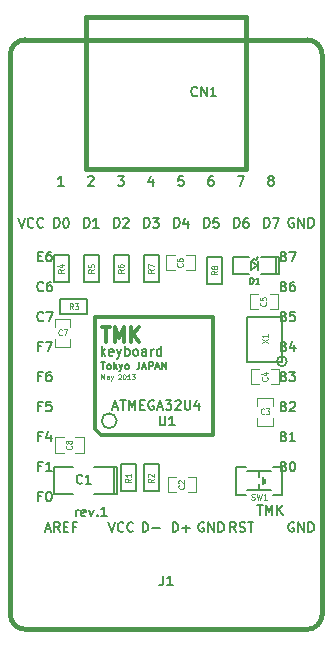
<source format=gto>
G04 (created by PCBNEW (2013-04-19 BZR 4011)-stable) date 09/05/2013 23:39:35*
%MOIN*%
G04 Gerber Fmt 3.4, Leading zero omitted, Abs format*
%FSLAX34Y34*%
G01*
G70*
G90*
G04 APERTURE LIST*
%ADD10C,2.3622e-006*%
%ADD11C,0.006*%
%ADD12C,0.004*%
%ADD13C,0.008*%
%ADD14C,0.012*%
%ADD15C,0.015*%
%ADD16C,0.00787402*%
%ADD17C,0.00590551*%
%ADD18C,0.005*%
%ADD19C,0.0047*%
%ADD20C,0.00492126*%
%ADD21C,0.0045*%
G04 APERTURE END LIST*
G54D10*
G54D11*
X3022Y-10732D02*
X3160Y-10732D01*
X3091Y-10972D02*
X3091Y-10732D01*
X3274Y-10972D02*
X3251Y-10960D01*
X3240Y-10949D01*
X3228Y-10926D01*
X3228Y-10857D01*
X3240Y-10835D01*
X3251Y-10823D01*
X3274Y-10812D01*
X3308Y-10812D01*
X3331Y-10823D01*
X3342Y-10835D01*
X3354Y-10857D01*
X3354Y-10926D01*
X3342Y-10949D01*
X3331Y-10960D01*
X3308Y-10972D01*
X3274Y-10972D01*
X3457Y-10972D02*
X3457Y-10732D01*
X3480Y-10880D02*
X3548Y-10972D01*
X3548Y-10812D02*
X3457Y-10903D01*
X3628Y-10812D02*
X3685Y-10972D01*
X3742Y-10812D02*
X3685Y-10972D01*
X3662Y-11029D01*
X3651Y-11040D01*
X3628Y-11052D01*
X3868Y-10972D02*
X3845Y-10960D01*
X3834Y-10949D01*
X3822Y-10926D01*
X3822Y-10857D01*
X3834Y-10835D01*
X3845Y-10823D01*
X3868Y-10812D01*
X3902Y-10812D01*
X3925Y-10823D01*
X3937Y-10835D01*
X3948Y-10857D01*
X3948Y-10926D01*
X3937Y-10949D01*
X3925Y-10960D01*
X3902Y-10972D01*
X3868Y-10972D01*
X4302Y-10732D02*
X4302Y-10903D01*
X4291Y-10937D01*
X4268Y-10960D01*
X4234Y-10972D01*
X4211Y-10972D01*
X4405Y-10903D02*
X4520Y-10903D01*
X4382Y-10972D02*
X4462Y-10732D01*
X4542Y-10972D01*
X4622Y-10972D02*
X4622Y-10732D01*
X4714Y-10732D01*
X4737Y-10743D01*
X4748Y-10755D01*
X4760Y-10777D01*
X4760Y-10812D01*
X4748Y-10835D01*
X4737Y-10846D01*
X4714Y-10857D01*
X4622Y-10857D01*
X4851Y-10903D02*
X4965Y-10903D01*
X4828Y-10972D02*
X4908Y-10732D01*
X4988Y-10972D01*
X5068Y-10972D02*
X5068Y-10732D01*
X5205Y-10972D01*
X5205Y-10732D01*
G54D12*
X3038Y-11314D02*
X3038Y-11154D01*
X3091Y-11269D01*
X3144Y-11154D01*
X3144Y-11314D01*
X3289Y-11314D02*
X3289Y-11230D01*
X3281Y-11215D01*
X3266Y-11208D01*
X3236Y-11208D01*
X3220Y-11215D01*
X3289Y-11307D02*
X3274Y-11314D01*
X3236Y-11314D01*
X3220Y-11307D01*
X3213Y-11291D01*
X3213Y-11276D01*
X3220Y-11261D01*
X3236Y-11253D01*
X3274Y-11253D01*
X3289Y-11246D01*
X3350Y-11208D02*
X3388Y-11314D01*
X3426Y-11208D02*
X3388Y-11314D01*
X3373Y-11352D01*
X3365Y-11360D01*
X3350Y-11368D01*
X3601Y-11170D02*
X3609Y-11162D01*
X3624Y-11154D01*
X3662Y-11154D01*
X3678Y-11162D01*
X3685Y-11170D01*
X3693Y-11185D01*
X3693Y-11200D01*
X3685Y-11223D01*
X3594Y-11314D01*
X3693Y-11314D01*
X3792Y-11154D02*
X3807Y-11154D01*
X3822Y-11162D01*
X3830Y-11170D01*
X3838Y-11185D01*
X3845Y-11215D01*
X3845Y-11253D01*
X3838Y-11284D01*
X3830Y-11299D01*
X3822Y-11307D01*
X3807Y-11314D01*
X3792Y-11314D01*
X3777Y-11307D01*
X3769Y-11299D01*
X3761Y-11284D01*
X3754Y-11253D01*
X3754Y-11215D01*
X3761Y-11185D01*
X3769Y-11170D01*
X3777Y-11162D01*
X3792Y-11154D01*
X3998Y-11314D02*
X3906Y-11314D01*
X3952Y-11314D02*
X3952Y-11154D01*
X3937Y-11177D01*
X3921Y-11192D01*
X3906Y-11200D01*
X4051Y-11154D02*
X4150Y-11154D01*
X4097Y-11215D01*
X4120Y-11215D01*
X4135Y-11223D01*
X4142Y-11230D01*
X4150Y-11246D01*
X4150Y-11284D01*
X4142Y-11299D01*
X4135Y-11307D01*
X4120Y-11314D01*
X4074Y-11314D01*
X4059Y-11307D01*
X4051Y-11299D01*
G54D13*
X3051Y-10529D02*
X3051Y-10209D01*
X3081Y-10407D02*
X3173Y-10529D01*
X3173Y-10316D02*
X3051Y-10438D01*
X3432Y-10514D02*
X3401Y-10529D01*
X3340Y-10529D01*
X3310Y-10514D01*
X3295Y-10483D01*
X3295Y-10361D01*
X3310Y-10331D01*
X3340Y-10316D01*
X3401Y-10316D01*
X3432Y-10331D01*
X3447Y-10361D01*
X3447Y-10392D01*
X3295Y-10422D01*
X3554Y-10316D02*
X3630Y-10529D01*
X3706Y-10316D02*
X3630Y-10529D01*
X3599Y-10605D01*
X3584Y-10620D01*
X3554Y-10636D01*
X3828Y-10529D02*
X3828Y-10209D01*
X3828Y-10331D02*
X3858Y-10316D01*
X3919Y-10316D01*
X3950Y-10331D01*
X3965Y-10346D01*
X3980Y-10377D01*
X3980Y-10468D01*
X3965Y-10499D01*
X3950Y-10514D01*
X3919Y-10529D01*
X3858Y-10529D01*
X3828Y-10514D01*
X4163Y-10529D02*
X4133Y-10514D01*
X4117Y-10499D01*
X4102Y-10468D01*
X4102Y-10377D01*
X4117Y-10346D01*
X4133Y-10331D01*
X4163Y-10316D01*
X4209Y-10316D01*
X4239Y-10331D01*
X4255Y-10346D01*
X4270Y-10377D01*
X4270Y-10468D01*
X4255Y-10499D01*
X4239Y-10514D01*
X4209Y-10529D01*
X4163Y-10529D01*
X4544Y-10529D02*
X4544Y-10361D01*
X4529Y-10331D01*
X4498Y-10316D01*
X4437Y-10316D01*
X4407Y-10331D01*
X4544Y-10514D02*
X4514Y-10529D01*
X4437Y-10529D01*
X4407Y-10514D01*
X4392Y-10483D01*
X4392Y-10453D01*
X4407Y-10422D01*
X4437Y-10407D01*
X4514Y-10407D01*
X4544Y-10392D01*
X4696Y-10529D02*
X4696Y-10316D01*
X4696Y-10377D02*
X4712Y-10346D01*
X4727Y-10331D01*
X4757Y-10316D01*
X4788Y-10316D01*
X5032Y-10529D02*
X5032Y-10209D01*
X5032Y-10514D02*
X5001Y-10529D01*
X4940Y-10529D01*
X4910Y-10514D01*
X4894Y-10499D01*
X4879Y-10468D01*
X4879Y-10377D01*
X4894Y-10346D01*
X4910Y-10331D01*
X4940Y-10316D01*
X5001Y-10316D01*
X5032Y-10331D01*
G54D14*
X3045Y-9589D02*
X3320Y-9589D01*
X3182Y-10069D02*
X3182Y-9589D01*
X3480Y-10069D02*
X3480Y-9589D01*
X3640Y-9932D01*
X3800Y-9589D01*
X3800Y-10069D01*
X4028Y-10069D02*
X4028Y-9589D01*
X4302Y-10069D02*
X4097Y-9795D01*
X4302Y-9589D02*
X4028Y-9863D01*
G54D15*
X10400Y-500D02*
X10400Y-19150D01*
X0Y-19150D02*
X0Y-500D01*
X9900Y-19650D02*
X500Y-19650D01*
X9900Y-19650D02*
G75*
G03X10400Y-19150I0J500D01*
G74*
G01*
X0Y-19150D02*
G75*
G03X500Y-19650I500J0D01*
G74*
G01*
X500Y0D02*
X9900Y0D01*
X500Y0D02*
G75*
G03X0Y-500I0J-500D01*
G74*
G01*
X10400Y-500D02*
G75*
G03X9900Y0I-500J0D01*
G74*
G01*
G54D13*
X2189Y-15879D02*
X2189Y-15666D01*
X2189Y-15727D02*
X2204Y-15696D01*
X2220Y-15681D01*
X2250Y-15666D01*
X2280Y-15666D01*
X2509Y-15864D02*
X2479Y-15879D01*
X2418Y-15879D01*
X2387Y-15864D01*
X2372Y-15833D01*
X2372Y-15711D01*
X2387Y-15681D01*
X2418Y-15666D01*
X2479Y-15666D01*
X2509Y-15681D01*
X2524Y-15711D01*
X2524Y-15742D01*
X2372Y-15772D01*
X2631Y-15666D02*
X2707Y-15879D01*
X2783Y-15666D01*
X2905Y-15849D02*
X2920Y-15864D01*
X2905Y-15879D01*
X2890Y-15864D01*
X2905Y-15849D01*
X2905Y-15879D01*
X3225Y-15879D02*
X3042Y-15879D01*
X3134Y-15879D02*
X3134Y-15559D01*
X3103Y-15605D01*
X3073Y-15635D01*
X3042Y-15650D01*
X8240Y-15509D02*
X8423Y-15509D01*
X8332Y-15829D02*
X8332Y-15509D01*
X8530Y-15829D02*
X8530Y-15509D01*
X8636Y-15738D01*
X8743Y-15509D01*
X8743Y-15829D01*
X8895Y-15829D02*
X8895Y-15509D01*
X9078Y-15829D02*
X8941Y-15646D01*
X9078Y-15509D02*
X8895Y-15692D01*
G54D16*
X8693Y-14365D02*
X7906Y-14365D01*
X8693Y-15014D02*
X7906Y-15014D01*
X8496Y-14640D02*
X8496Y-14759D01*
X8437Y-14818D02*
X8437Y-14562D01*
X8300Y-15014D02*
X8300Y-14818D01*
X8300Y-14404D02*
X8300Y-14581D01*
G54D17*
X7532Y-15172D02*
X7532Y-14227D01*
X7532Y-14227D02*
X7866Y-14227D01*
X7866Y-15172D02*
X7532Y-15172D01*
X9067Y-15152D02*
X9067Y-15172D01*
X9067Y-15172D02*
X8752Y-15172D01*
X9067Y-15152D02*
X9067Y-14247D01*
X9067Y-14247D02*
X9067Y-14227D01*
X9067Y-14227D02*
X8752Y-14227D01*
X9220Y-10713D02*
G75*
G03X9220Y-10713I-164J0D01*
G74*
G01*
X9065Y-10723D02*
X7884Y-10723D01*
X9065Y-9226D02*
X7884Y-9226D01*
X9065Y-10723D02*
X9065Y-9226D01*
X7884Y-10723D02*
X7884Y-9226D01*
X8189Y-7328D02*
X8248Y-7249D01*
X8150Y-7288D02*
X8071Y-7387D01*
X8268Y-7525D02*
X8031Y-7367D01*
X8031Y-7367D02*
X8031Y-7682D01*
X8031Y-7682D02*
X8268Y-7505D01*
X8268Y-7367D02*
X8268Y-7682D01*
X8858Y-7249D02*
X8957Y-7249D01*
X8957Y-7249D02*
X8957Y-7800D01*
X8957Y-7800D02*
X8858Y-7800D01*
X7953Y-7800D02*
X7441Y-7800D01*
X7441Y-7800D02*
X7441Y-7249D01*
X7441Y-7249D02*
X7953Y-7249D01*
X8346Y-7249D02*
X8858Y-7249D01*
X8858Y-7249D02*
X8858Y-7800D01*
X8858Y-7800D02*
X8346Y-7800D01*
G54D18*
X7075Y-7225D02*
X7075Y-8125D01*
X7075Y-8125D02*
X6575Y-8125D01*
X6575Y-8125D02*
X6575Y-7225D01*
X6575Y-7225D02*
X7075Y-7225D01*
X1675Y-8650D02*
X2575Y-8650D01*
X2575Y-8650D02*
X2575Y-9150D01*
X2575Y-9150D02*
X1675Y-9150D01*
X1675Y-9150D02*
X1675Y-8650D01*
X4950Y-14150D02*
X4950Y-15050D01*
X4950Y-15050D02*
X4450Y-15050D01*
X4450Y-15050D02*
X4450Y-14150D01*
X4450Y-14150D02*
X4950Y-14150D01*
X4200Y-14150D02*
X4200Y-15050D01*
X4200Y-15050D02*
X3700Y-15050D01*
X3700Y-15050D02*
X3700Y-14150D01*
X3700Y-14150D02*
X4200Y-14150D01*
X2475Y-8075D02*
X2475Y-7175D01*
X2475Y-7175D02*
X2975Y-7175D01*
X2975Y-7175D02*
X2975Y-8075D01*
X2975Y-8075D02*
X2475Y-8075D01*
X3450Y-8075D02*
X3450Y-7175D01*
X3450Y-7175D02*
X3950Y-7175D01*
X3950Y-7175D02*
X3950Y-8075D01*
X3950Y-8075D02*
X3450Y-8075D01*
X4450Y-8075D02*
X4450Y-7175D01*
X4450Y-7175D02*
X4950Y-7175D01*
X4950Y-7175D02*
X4950Y-8075D01*
X4950Y-8075D02*
X4450Y-8075D01*
X1450Y-8075D02*
X1450Y-7175D01*
X1450Y-7175D02*
X1950Y-7175D01*
X1950Y-7175D02*
X1950Y-8075D01*
X1950Y-8075D02*
X1450Y-8075D01*
G54D14*
X2830Y-9230D02*
X6770Y-9230D01*
X6770Y-9230D02*
X6770Y-13170D01*
X3020Y-13170D02*
X6770Y-13170D01*
X2830Y-12980D02*
X2830Y-9230D01*
X3020Y-13170D02*
X2830Y-12980D01*
G54D13*
X3550Y-12700D02*
G75*
G03X3550Y-12700I-250J0D01*
G74*
G01*
G54D18*
X3450Y-15125D02*
X3550Y-15125D01*
X3550Y-15125D02*
X3550Y-14225D01*
X3550Y-14225D02*
X3450Y-14225D01*
X3450Y-15125D02*
X3450Y-14225D01*
X3450Y-14225D02*
X2800Y-14225D01*
X2100Y-15125D02*
X1450Y-15125D01*
X1450Y-15125D02*
X1450Y-14225D01*
X1450Y-14225D02*
X2100Y-14225D01*
X2800Y-15125D02*
X3450Y-15125D01*
G54D19*
X8756Y-12203D02*
X8756Y-11928D01*
X8756Y-12597D02*
X8756Y-12872D01*
X8244Y-12203D02*
X8244Y-11928D01*
X8244Y-12872D02*
X8244Y-12597D01*
X8250Y-11928D02*
X8750Y-11928D01*
X8750Y-12872D02*
X8250Y-12872D01*
X5922Y-15081D02*
X6197Y-15081D01*
X5528Y-15081D02*
X5253Y-15081D01*
X5922Y-14569D02*
X6197Y-14569D01*
X5253Y-14569D02*
X5528Y-14569D01*
X6197Y-14575D02*
X6197Y-15075D01*
X5253Y-15075D02*
X5253Y-14575D01*
X1494Y-9972D02*
X1494Y-10247D01*
X1494Y-9578D02*
X1494Y-9303D01*
X2006Y-9972D02*
X2006Y-10247D01*
X2006Y-9303D02*
X2006Y-9578D01*
X2000Y-10247D02*
X1500Y-10247D01*
X1500Y-9303D02*
X2000Y-9303D01*
X5872Y-7681D02*
X6147Y-7681D01*
X5478Y-7681D02*
X5203Y-7681D01*
X5872Y-7169D02*
X6147Y-7169D01*
X5203Y-7169D02*
X5478Y-7169D01*
X6147Y-7175D02*
X6147Y-7675D01*
X5203Y-7675D02*
X5203Y-7175D01*
X2172Y-13756D02*
X2447Y-13756D01*
X1778Y-13756D02*
X1503Y-13756D01*
X2172Y-13244D02*
X2447Y-13244D01*
X1503Y-13244D02*
X1778Y-13244D01*
X2447Y-13250D02*
X2447Y-13750D01*
X1503Y-13750D02*
X1503Y-13250D01*
X8303Y-10969D02*
X8028Y-10969D01*
X8697Y-10969D02*
X8972Y-10969D01*
X8303Y-11481D02*
X8028Y-11481D01*
X8972Y-11481D02*
X8697Y-11481D01*
X8028Y-11475D02*
X8028Y-10975D01*
X8972Y-10975D02*
X8972Y-11475D01*
X8647Y-8981D02*
X8922Y-8981D01*
X8253Y-8981D02*
X7978Y-8981D01*
X8647Y-8469D02*
X8922Y-8469D01*
X7978Y-8469D02*
X8253Y-8469D01*
X8922Y-8475D02*
X8922Y-8975D01*
X7978Y-8975D02*
X7978Y-8475D01*
G54D15*
X7857Y750D02*
X5200Y750D01*
X7857Y-4309D02*
X7857Y750D01*
X5180Y750D02*
X2543Y750D01*
X2543Y750D02*
X2543Y-4309D01*
X2543Y-4309D02*
X7857Y-4309D01*
G54D11*
X273Y-5938D02*
X380Y-6258D01*
X486Y-5938D01*
X776Y-6228D02*
X760Y-6243D01*
X715Y-6258D01*
X684Y-6258D01*
X639Y-6243D01*
X608Y-6212D01*
X593Y-6182D01*
X578Y-6121D01*
X578Y-6075D01*
X593Y-6014D01*
X608Y-5984D01*
X639Y-5953D01*
X684Y-5938D01*
X715Y-5938D01*
X760Y-5953D01*
X776Y-5969D01*
X1096Y-6228D02*
X1080Y-6243D01*
X1035Y-6258D01*
X1004Y-6258D01*
X959Y-6243D01*
X928Y-6212D01*
X913Y-6182D01*
X898Y-6121D01*
X898Y-6075D01*
X913Y-6014D01*
X928Y-5984D01*
X959Y-5953D01*
X1004Y-5938D01*
X1035Y-5938D01*
X1080Y-5953D01*
X1096Y-5969D01*
G54D20*
X8037Y-15320D02*
X8065Y-15329D01*
X8112Y-15329D01*
X8131Y-15320D01*
X8140Y-15310D01*
X8150Y-15292D01*
X8150Y-15273D01*
X8140Y-15254D01*
X8131Y-15245D01*
X8112Y-15235D01*
X8075Y-15226D01*
X8056Y-15217D01*
X8046Y-15207D01*
X8037Y-15189D01*
X8037Y-15170D01*
X8046Y-15151D01*
X8056Y-15142D01*
X8075Y-15132D01*
X8121Y-15132D01*
X8150Y-15142D01*
X8215Y-15132D02*
X8262Y-15329D01*
X8300Y-15189D01*
X8337Y-15329D01*
X8384Y-15132D01*
X8562Y-15329D02*
X8449Y-15329D01*
X8506Y-15329D02*
X8506Y-15132D01*
X8487Y-15160D01*
X8468Y-15179D01*
X8449Y-15189D01*
G54D21*
X8382Y-10109D02*
X8579Y-9978D01*
X8382Y-9978D02*
X8579Y-10109D01*
X8579Y-9800D02*
X8579Y-9912D01*
X8579Y-9856D02*
X8382Y-9856D01*
X8410Y-9875D01*
X8429Y-9893D01*
X8439Y-9912D01*
G54D18*
X8002Y-8130D02*
X8002Y-7930D01*
X8050Y-7930D01*
X8078Y-7940D01*
X8097Y-7959D01*
X8107Y-7978D01*
X8116Y-8016D01*
X8116Y-8045D01*
X8107Y-8083D01*
X8097Y-8102D01*
X8078Y-8121D01*
X8050Y-8130D01*
X8002Y-8130D01*
X8307Y-8130D02*
X8192Y-8130D01*
X8250Y-8130D02*
X8250Y-7930D01*
X8230Y-7959D01*
X8211Y-7978D01*
X8192Y-7988D01*
G54D21*
X6905Y-7705D02*
X6810Y-7765D01*
X6905Y-7807D02*
X6705Y-7807D01*
X6705Y-7739D01*
X6715Y-7722D01*
X6725Y-7713D01*
X6744Y-7705D01*
X6772Y-7705D01*
X6791Y-7713D01*
X6801Y-7722D01*
X6810Y-7739D01*
X6810Y-7807D01*
X6791Y-7602D02*
X6782Y-7619D01*
X6772Y-7627D01*
X6753Y-7636D01*
X6744Y-7636D01*
X6725Y-7627D01*
X6715Y-7619D01*
X6705Y-7602D01*
X6705Y-7567D01*
X6715Y-7550D01*
X6725Y-7542D01*
X6744Y-7533D01*
X6753Y-7533D01*
X6772Y-7542D01*
X6782Y-7550D01*
X6791Y-7567D01*
X6791Y-7602D01*
X6801Y-7619D01*
X6810Y-7627D01*
X6829Y-7636D01*
X6867Y-7636D01*
X6886Y-7627D01*
X6896Y-7619D01*
X6905Y-7602D01*
X6905Y-7567D01*
X6896Y-7550D01*
X6886Y-7542D01*
X6867Y-7533D01*
X6829Y-7533D01*
X6810Y-7542D01*
X6801Y-7550D01*
X6791Y-7567D01*
G54D11*
X9456Y-16095D02*
X9425Y-16080D01*
X9380Y-16080D01*
X9334Y-16095D01*
X9303Y-16126D01*
X9288Y-16156D01*
X9273Y-16217D01*
X9273Y-16263D01*
X9288Y-16324D01*
X9303Y-16354D01*
X9334Y-16385D01*
X9380Y-16400D01*
X9410Y-16400D01*
X9456Y-16385D01*
X9471Y-16369D01*
X9471Y-16263D01*
X9410Y-16263D01*
X9608Y-16400D02*
X9608Y-16080D01*
X9791Y-16400D01*
X9791Y-16080D01*
X9943Y-16400D02*
X9943Y-16080D01*
X10020Y-16080D01*
X10065Y-16095D01*
X10096Y-16126D01*
X10111Y-16156D01*
X10126Y-16217D01*
X10126Y-16263D01*
X10111Y-16324D01*
X10096Y-16354D01*
X10065Y-16385D01*
X10020Y-16400D01*
X9943Y-16400D01*
X4418Y-16400D02*
X4418Y-16080D01*
X4494Y-16080D01*
X4540Y-16095D01*
X4570Y-16126D01*
X4585Y-16156D01*
X4600Y-16217D01*
X4600Y-16263D01*
X4585Y-16324D01*
X4570Y-16354D01*
X4540Y-16385D01*
X4494Y-16400D01*
X4418Y-16400D01*
X4738Y-16278D02*
X4981Y-16278D01*
X5418Y-16400D02*
X5418Y-16080D01*
X5494Y-16080D01*
X5540Y-16095D01*
X5570Y-16126D01*
X5585Y-16156D01*
X5600Y-16217D01*
X5600Y-16263D01*
X5585Y-16324D01*
X5570Y-16354D01*
X5540Y-16385D01*
X5494Y-16400D01*
X5418Y-16400D01*
X5738Y-16278D02*
X5981Y-16278D01*
X5860Y-16400D02*
X5860Y-16156D01*
X6760Y-4538D02*
X6700Y-4538D01*
X6669Y-4553D01*
X6654Y-4569D01*
X6623Y-4614D01*
X6608Y-4675D01*
X6608Y-4797D01*
X6623Y-4828D01*
X6639Y-4843D01*
X6669Y-4858D01*
X6730Y-4858D01*
X6760Y-4843D01*
X6776Y-4828D01*
X6791Y-4797D01*
X6791Y-4721D01*
X6776Y-4691D01*
X6760Y-4675D01*
X6730Y-4660D01*
X6669Y-4660D01*
X6639Y-4675D01*
X6623Y-4691D01*
X6608Y-4721D01*
G54D21*
X2095Y-8980D02*
X2035Y-8885D01*
X1992Y-8980D02*
X1992Y-8780D01*
X2060Y-8780D01*
X2077Y-8790D01*
X2086Y-8800D01*
X2095Y-8819D01*
X2095Y-8847D01*
X2086Y-8866D01*
X2077Y-8876D01*
X2060Y-8885D01*
X1992Y-8885D01*
X2155Y-8780D02*
X2266Y-8780D01*
X2206Y-8857D01*
X2232Y-8857D01*
X2249Y-8866D01*
X2257Y-8876D01*
X2266Y-8895D01*
X2266Y-8942D01*
X2257Y-8961D01*
X2249Y-8971D01*
X2232Y-8980D01*
X2180Y-8980D01*
X2163Y-8971D01*
X2155Y-8961D01*
X4780Y-14630D02*
X4685Y-14690D01*
X4780Y-14732D02*
X4580Y-14732D01*
X4580Y-14664D01*
X4590Y-14647D01*
X4600Y-14638D01*
X4619Y-14630D01*
X4647Y-14630D01*
X4666Y-14638D01*
X4676Y-14647D01*
X4685Y-14664D01*
X4685Y-14732D01*
X4600Y-14561D02*
X4590Y-14552D01*
X4580Y-14535D01*
X4580Y-14492D01*
X4590Y-14475D01*
X4600Y-14467D01*
X4619Y-14458D01*
X4638Y-14458D01*
X4666Y-14467D01*
X4780Y-14570D01*
X4780Y-14458D01*
X4030Y-14630D02*
X3935Y-14690D01*
X4030Y-14732D02*
X3830Y-14732D01*
X3830Y-14664D01*
X3840Y-14647D01*
X3850Y-14638D01*
X3869Y-14630D01*
X3897Y-14630D01*
X3916Y-14638D01*
X3926Y-14647D01*
X3935Y-14664D01*
X3935Y-14732D01*
X4030Y-14458D02*
X4030Y-14561D01*
X4030Y-14510D02*
X3830Y-14510D01*
X3859Y-14527D01*
X3878Y-14544D01*
X3888Y-14561D01*
G54D11*
X1463Y-6258D02*
X1463Y-5938D01*
X1540Y-5938D01*
X1585Y-5953D01*
X1616Y-5984D01*
X1631Y-6014D01*
X1646Y-6075D01*
X1646Y-6121D01*
X1631Y-6182D01*
X1616Y-6212D01*
X1585Y-6243D01*
X1540Y-6258D01*
X1463Y-6258D01*
X1844Y-5938D02*
X1875Y-5938D01*
X1905Y-5953D01*
X1920Y-5969D01*
X1936Y-5999D01*
X1951Y-6060D01*
X1951Y-6136D01*
X1936Y-6197D01*
X1920Y-6228D01*
X1905Y-6243D01*
X1875Y-6258D01*
X1844Y-6258D01*
X1814Y-6243D01*
X1799Y-6228D01*
X1783Y-6197D01*
X1768Y-6136D01*
X1768Y-6060D01*
X1783Y-5999D01*
X1799Y-5969D01*
X1814Y-5953D01*
X1844Y-5938D01*
X9120Y-10211D02*
X9166Y-10227D01*
X9181Y-10242D01*
X9196Y-10272D01*
X9196Y-10318D01*
X9181Y-10349D01*
X9166Y-10364D01*
X9135Y-10379D01*
X9013Y-10379D01*
X9013Y-10059D01*
X9120Y-10059D01*
X9150Y-10074D01*
X9166Y-10090D01*
X9181Y-10120D01*
X9181Y-10150D01*
X9166Y-10181D01*
X9150Y-10196D01*
X9120Y-10211D01*
X9013Y-10211D01*
X9470Y-10166D02*
X9470Y-10379D01*
X9394Y-10044D02*
X9318Y-10272D01*
X9516Y-10272D01*
X9120Y-8211D02*
X9166Y-8227D01*
X9181Y-8242D01*
X9196Y-8272D01*
X9196Y-8318D01*
X9181Y-8349D01*
X9166Y-8364D01*
X9135Y-8379D01*
X9013Y-8379D01*
X9013Y-8059D01*
X9120Y-8059D01*
X9150Y-8074D01*
X9166Y-8090D01*
X9181Y-8120D01*
X9181Y-8150D01*
X9166Y-8181D01*
X9150Y-8196D01*
X9120Y-8211D01*
X9013Y-8211D01*
X9470Y-8059D02*
X9410Y-8059D01*
X9379Y-8074D01*
X9364Y-8090D01*
X9333Y-8135D01*
X9318Y-8196D01*
X9318Y-8318D01*
X9333Y-8349D01*
X9349Y-8364D01*
X9379Y-8379D01*
X9440Y-8379D01*
X9470Y-8364D01*
X9486Y-8349D01*
X9501Y-8318D01*
X9501Y-8242D01*
X9486Y-8211D01*
X9470Y-8196D01*
X9440Y-8181D01*
X9379Y-8181D01*
X9349Y-8196D01*
X9333Y-8211D01*
X9318Y-8242D01*
X9120Y-9211D02*
X9166Y-9227D01*
X9181Y-9242D01*
X9196Y-9272D01*
X9196Y-9318D01*
X9181Y-9349D01*
X9166Y-9364D01*
X9135Y-9379D01*
X9013Y-9379D01*
X9013Y-9059D01*
X9120Y-9059D01*
X9150Y-9074D01*
X9166Y-9090D01*
X9181Y-9120D01*
X9181Y-9150D01*
X9166Y-9181D01*
X9150Y-9196D01*
X9120Y-9211D01*
X9013Y-9211D01*
X9486Y-9059D02*
X9333Y-9059D01*
X9318Y-9211D01*
X9333Y-9196D01*
X9364Y-9181D01*
X9440Y-9181D01*
X9470Y-9196D01*
X9486Y-9211D01*
X9501Y-9242D01*
X9501Y-9318D01*
X9486Y-9349D01*
X9470Y-9364D01*
X9440Y-9379D01*
X9364Y-9379D01*
X9333Y-9364D01*
X9318Y-9349D01*
X9120Y-7211D02*
X9166Y-7227D01*
X9181Y-7242D01*
X9196Y-7272D01*
X9196Y-7318D01*
X9181Y-7349D01*
X9166Y-7364D01*
X9135Y-7379D01*
X9013Y-7379D01*
X9013Y-7059D01*
X9120Y-7059D01*
X9150Y-7074D01*
X9166Y-7090D01*
X9181Y-7120D01*
X9181Y-7150D01*
X9166Y-7181D01*
X9150Y-7196D01*
X9120Y-7211D01*
X9013Y-7211D01*
X9303Y-7059D02*
X9516Y-7059D01*
X9379Y-7379D01*
X9120Y-11211D02*
X9166Y-11227D01*
X9181Y-11242D01*
X9196Y-11272D01*
X9196Y-11318D01*
X9181Y-11349D01*
X9166Y-11364D01*
X9135Y-11379D01*
X9013Y-11379D01*
X9013Y-11059D01*
X9120Y-11059D01*
X9150Y-11074D01*
X9166Y-11090D01*
X9181Y-11120D01*
X9181Y-11150D01*
X9166Y-11181D01*
X9150Y-11196D01*
X9120Y-11211D01*
X9013Y-11211D01*
X9303Y-11059D02*
X9501Y-11059D01*
X9394Y-11181D01*
X9440Y-11181D01*
X9470Y-11196D01*
X9486Y-11211D01*
X9501Y-11242D01*
X9501Y-11318D01*
X9486Y-11349D01*
X9470Y-11364D01*
X9440Y-11379D01*
X9349Y-11379D01*
X9318Y-11364D01*
X9303Y-11349D01*
X9120Y-12211D02*
X9166Y-12227D01*
X9181Y-12242D01*
X9196Y-12272D01*
X9196Y-12318D01*
X9181Y-12349D01*
X9166Y-12364D01*
X9135Y-12379D01*
X9013Y-12379D01*
X9013Y-12059D01*
X9120Y-12059D01*
X9150Y-12074D01*
X9166Y-12090D01*
X9181Y-12120D01*
X9181Y-12150D01*
X9166Y-12181D01*
X9150Y-12196D01*
X9120Y-12211D01*
X9013Y-12211D01*
X9318Y-12090D02*
X9333Y-12074D01*
X9364Y-12059D01*
X9440Y-12059D01*
X9470Y-12074D01*
X9486Y-12090D01*
X9501Y-12120D01*
X9501Y-12150D01*
X9486Y-12196D01*
X9303Y-12379D01*
X9501Y-12379D01*
X9120Y-13211D02*
X9166Y-13227D01*
X9181Y-13242D01*
X9196Y-13272D01*
X9196Y-13318D01*
X9181Y-13349D01*
X9166Y-13364D01*
X9135Y-13379D01*
X9013Y-13379D01*
X9013Y-13059D01*
X9120Y-13059D01*
X9150Y-13074D01*
X9166Y-13090D01*
X9181Y-13120D01*
X9181Y-13150D01*
X9166Y-13181D01*
X9150Y-13196D01*
X9120Y-13211D01*
X9013Y-13211D01*
X9501Y-13379D02*
X9318Y-13379D01*
X9410Y-13379D02*
X9410Y-13059D01*
X9379Y-13105D01*
X9349Y-13135D01*
X9318Y-13150D01*
X7524Y-16400D02*
X7418Y-16248D01*
X7341Y-16400D02*
X7341Y-16080D01*
X7463Y-16080D01*
X7494Y-16095D01*
X7509Y-16110D01*
X7524Y-16141D01*
X7524Y-16187D01*
X7509Y-16217D01*
X7494Y-16232D01*
X7463Y-16248D01*
X7341Y-16248D01*
X7646Y-16385D02*
X7692Y-16400D01*
X7768Y-16400D01*
X7799Y-16385D01*
X7814Y-16369D01*
X7829Y-16339D01*
X7829Y-16308D01*
X7814Y-16278D01*
X7799Y-16263D01*
X7768Y-16248D01*
X7707Y-16232D01*
X7677Y-16217D01*
X7661Y-16202D01*
X7646Y-16171D01*
X7646Y-16141D01*
X7661Y-16110D01*
X7677Y-16095D01*
X7707Y-16080D01*
X7783Y-16080D01*
X7829Y-16095D01*
X7920Y-16080D02*
X8103Y-16080D01*
X8012Y-16400D02*
X8012Y-16080D01*
X8669Y-4675D02*
X8639Y-4660D01*
X8623Y-4645D01*
X8608Y-4614D01*
X8608Y-4599D01*
X8623Y-4569D01*
X8639Y-4553D01*
X8669Y-4538D01*
X8730Y-4538D01*
X8760Y-4553D01*
X8776Y-4569D01*
X8791Y-4599D01*
X8791Y-4614D01*
X8776Y-4645D01*
X8760Y-4660D01*
X8730Y-4675D01*
X8669Y-4675D01*
X8639Y-4691D01*
X8623Y-4706D01*
X8608Y-4736D01*
X8608Y-4797D01*
X8623Y-4828D01*
X8639Y-4843D01*
X8669Y-4858D01*
X8730Y-4858D01*
X8760Y-4843D01*
X8776Y-4828D01*
X8791Y-4797D01*
X8791Y-4736D01*
X8776Y-4706D01*
X8760Y-4691D01*
X8730Y-4675D01*
X7593Y-4538D02*
X7806Y-4538D01*
X7669Y-4858D01*
X929Y-7211D02*
X1035Y-7211D01*
X1081Y-7379D02*
X929Y-7379D01*
X929Y-7059D01*
X1081Y-7059D01*
X1355Y-7059D02*
X1294Y-7059D01*
X1264Y-7074D01*
X1249Y-7090D01*
X1218Y-7135D01*
X1203Y-7196D01*
X1203Y-7318D01*
X1218Y-7349D01*
X1233Y-7364D01*
X1264Y-7379D01*
X1325Y-7379D01*
X1355Y-7364D01*
X1370Y-7349D01*
X1386Y-7318D01*
X1386Y-7242D01*
X1370Y-7211D01*
X1355Y-7196D01*
X1325Y-7181D01*
X1264Y-7181D01*
X1233Y-7196D01*
X1218Y-7211D01*
X1203Y-7242D01*
X1181Y-16308D02*
X1334Y-16308D01*
X1151Y-16400D02*
X1258Y-16080D01*
X1364Y-16400D01*
X1654Y-16400D02*
X1547Y-16248D01*
X1471Y-16400D02*
X1471Y-16080D01*
X1593Y-16080D01*
X1623Y-16095D01*
X1639Y-16110D01*
X1654Y-16141D01*
X1654Y-16187D01*
X1639Y-16217D01*
X1623Y-16232D01*
X1593Y-16248D01*
X1471Y-16248D01*
X1791Y-16232D02*
X1898Y-16232D01*
X1943Y-16400D02*
X1791Y-16400D01*
X1791Y-16080D01*
X1943Y-16080D01*
X2187Y-16232D02*
X2080Y-16232D01*
X2080Y-16400D02*
X2080Y-16080D01*
X2233Y-16080D01*
X9456Y-5953D02*
X9425Y-5938D01*
X9380Y-5938D01*
X9334Y-5953D01*
X9303Y-5984D01*
X9288Y-6014D01*
X9273Y-6075D01*
X9273Y-6121D01*
X9288Y-6182D01*
X9303Y-6212D01*
X9334Y-6243D01*
X9380Y-6258D01*
X9410Y-6258D01*
X9456Y-6243D01*
X9471Y-6228D01*
X9471Y-6121D01*
X9410Y-6121D01*
X9608Y-6258D02*
X9608Y-5938D01*
X9791Y-6258D01*
X9791Y-5938D01*
X9943Y-6258D02*
X9943Y-5938D01*
X10020Y-5938D01*
X10065Y-5953D01*
X10096Y-5984D01*
X10111Y-6014D01*
X10126Y-6075D01*
X10126Y-6121D01*
X10111Y-6182D01*
X10096Y-6212D01*
X10065Y-6243D01*
X10020Y-6258D01*
X9943Y-6258D01*
X3273Y-16080D02*
X3380Y-16400D01*
X3486Y-16080D01*
X3776Y-16369D02*
X3760Y-16385D01*
X3715Y-16400D01*
X3684Y-16400D01*
X3639Y-16385D01*
X3608Y-16354D01*
X3593Y-16324D01*
X3578Y-16263D01*
X3578Y-16217D01*
X3593Y-16156D01*
X3608Y-16126D01*
X3639Y-16095D01*
X3684Y-16080D01*
X3715Y-16080D01*
X3760Y-16095D01*
X3776Y-16110D01*
X4096Y-16369D02*
X4080Y-16385D01*
X4035Y-16400D01*
X4004Y-16400D01*
X3959Y-16385D01*
X3928Y-16354D01*
X3913Y-16324D01*
X3898Y-16263D01*
X3898Y-16217D01*
X3913Y-16156D01*
X3928Y-16126D01*
X3959Y-16095D01*
X4004Y-16080D01*
X4035Y-16080D01*
X4080Y-16095D01*
X4096Y-16110D01*
X6456Y-16095D02*
X6425Y-16080D01*
X6380Y-16080D01*
X6334Y-16095D01*
X6303Y-16126D01*
X6288Y-16156D01*
X6273Y-16217D01*
X6273Y-16263D01*
X6288Y-16324D01*
X6303Y-16354D01*
X6334Y-16385D01*
X6380Y-16400D01*
X6410Y-16400D01*
X6456Y-16385D01*
X6471Y-16369D01*
X6471Y-16263D01*
X6410Y-16263D01*
X6608Y-16400D02*
X6608Y-16080D01*
X6791Y-16400D01*
X6791Y-16080D01*
X6943Y-16400D02*
X6943Y-16080D01*
X7020Y-16080D01*
X7065Y-16095D01*
X7096Y-16126D01*
X7111Y-16156D01*
X7126Y-16217D01*
X7126Y-16263D01*
X7111Y-16324D01*
X7096Y-16354D01*
X7065Y-16385D01*
X7020Y-16400D01*
X6943Y-16400D01*
X9120Y-14211D02*
X9166Y-14227D01*
X9181Y-14242D01*
X9196Y-14272D01*
X9196Y-14318D01*
X9181Y-14349D01*
X9166Y-14364D01*
X9135Y-14379D01*
X9013Y-14379D01*
X9013Y-14059D01*
X9120Y-14059D01*
X9150Y-14074D01*
X9166Y-14090D01*
X9181Y-14120D01*
X9181Y-14150D01*
X9166Y-14181D01*
X9150Y-14196D01*
X9120Y-14211D01*
X9013Y-14211D01*
X9394Y-14059D02*
X9425Y-14059D01*
X9455Y-14074D01*
X9470Y-14090D01*
X9486Y-14120D01*
X9501Y-14181D01*
X9501Y-14257D01*
X9486Y-14318D01*
X9470Y-14349D01*
X9455Y-14364D01*
X9425Y-14379D01*
X9394Y-14379D01*
X9364Y-14364D01*
X9349Y-14349D01*
X9333Y-14318D01*
X9318Y-14257D01*
X9318Y-14181D01*
X9333Y-14120D01*
X9349Y-14090D01*
X9364Y-14074D01*
X9394Y-14059D01*
X1043Y-15211D02*
X936Y-15211D01*
X936Y-15379D02*
X936Y-15059D01*
X1089Y-15059D01*
X1271Y-15059D02*
X1302Y-15059D01*
X1332Y-15074D01*
X1348Y-15090D01*
X1363Y-15120D01*
X1378Y-15181D01*
X1378Y-15257D01*
X1363Y-15318D01*
X1348Y-15349D01*
X1332Y-15364D01*
X1302Y-15379D01*
X1271Y-15379D01*
X1241Y-15364D01*
X1226Y-15349D01*
X1210Y-15318D01*
X1195Y-15257D01*
X1195Y-15181D01*
X1210Y-15120D01*
X1226Y-15090D01*
X1241Y-15074D01*
X1271Y-15059D01*
X1043Y-14211D02*
X936Y-14211D01*
X936Y-14379D02*
X936Y-14059D01*
X1089Y-14059D01*
X1378Y-14379D02*
X1195Y-14379D01*
X1287Y-14379D02*
X1287Y-14059D01*
X1256Y-14105D01*
X1226Y-14135D01*
X1195Y-14150D01*
X1043Y-13211D02*
X936Y-13211D01*
X936Y-13379D02*
X936Y-13059D01*
X1089Y-13059D01*
X1348Y-13166D02*
X1348Y-13379D01*
X1271Y-13044D02*
X1195Y-13272D01*
X1393Y-13272D01*
X1043Y-12211D02*
X936Y-12211D01*
X936Y-12379D02*
X936Y-12059D01*
X1089Y-12059D01*
X1363Y-12059D02*
X1210Y-12059D01*
X1195Y-12211D01*
X1210Y-12196D01*
X1241Y-12181D01*
X1317Y-12181D01*
X1348Y-12196D01*
X1363Y-12211D01*
X1378Y-12242D01*
X1378Y-12318D01*
X1363Y-12349D01*
X1348Y-12364D01*
X1317Y-12379D01*
X1241Y-12379D01*
X1210Y-12364D01*
X1195Y-12349D01*
X2463Y-6258D02*
X2463Y-5938D01*
X2540Y-5938D01*
X2585Y-5953D01*
X2616Y-5984D01*
X2631Y-6014D01*
X2646Y-6075D01*
X2646Y-6121D01*
X2631Y-6182D01*
X2616Y-6212D01*
X2585Y-6243D01*
X2540Y-6258D01*
X2463Y-6258D01*
X2951Y-6258D02*
X2768Y-6258D01*
X2860Y-6258D02*
X2860Y-5938D01*
X2829Y-5984D01*
X2799Y-6014D01*
X2768Y-6030D01*
X1043Y-10211D02*
X936Y-10211D01*
X936Y-10379D02*
X936Y-10059D01*
X1089Y-10059D01*
X1180Y-10059D02*
X1393Y-10059D01*
X1256Y-10379D01*
X1096Y-9349D02*
X1081Y-9364D01*
X1035Y-9379D01*
X1005Y-9379D01*
X959Y-9364D01*
X929Y-9333D01*
X913Y-9303D01*
X898Y-9242D01*
X898Y-9196D01*
X913Y-9135D01*
X929Y-9105D01*
X959Y-9074D01*
X1005Y-9059D01*
X1035Y-9059D01*
X1081Y-9074D01*
X1096Y-9090D01*
X1203Y-9059D02*
X1416Y-9059D01*
X1279Y-9379D01*
X1096Y-8349D02*
X1081Y-8364D01*
X1035Y-8379D01*
X1005Y-8379D01*
X959Y-8364D01*
X929Y-8333D01*
X913Y-8303D01*
X898Y-8242D01*
X898Y-8196D01*
X913Y-8135D01*
X929Y-8105D01*
X959Y-8074D01*
X1005Y-8059D01*
X1035Y-8059D01*
X1081Y-8074D01*
X1096Y-8090D01*
X1370Y-8059D02*
X1310Y-8059D01*
X1279Y-8074D01*
X1264Y-8090D01*
X1233Y-8135D01*
X1218Y-8196D01*
X1218Y-8318D01*
X1233Y-8349D01*
X1249Y-8364D01*
X1279Y-8379D01*
X1340Y-8379D01*
X1370Y-8364D01*
X1386Y-8349D01*
X1401Y-8318D01*
X1401Y-8242D01*
X1386Y-8211D01*
X1370Y-8196D01*
X1340Y-8181D01*
X1279Y-8181D01*
X1249Y-8196D01*
X1233Y-8211D01*
X1218Y-8242D01*
X8463Y-6258D02*
X8463Y-5938D01*
X8540Y-5938D01*
X8585Y-5953D01*
X8616Y-5984D01*
X8631Y-6014D01*
X8646Y-6075D01*
X8646Y-6121D01*
X8631Y-6182D01*
X8616Y-6212D01*
X8585Y-6243D01*
X8540Y-6258D01*
X8463Y-6258D01*
X8753Y-5938D02*
X8966Y-5938D01*
X8829Y-6258D01*
X7463Y-6258D02*
X7463Y-5938D01*
X7540Y-5938D01*
X7585Y-5953D01*
X7616Y-5984D01*
X7631Y-6014D01*
X7646Y-6075D01*
X7646Y-6121D01*
X7631Y-6182D01*
X7616Y-6212D01*
X7585Y-6243D01*
X7540Y-6258D01*
X7463Y-6258D01*
X7920Y-5938D02*
X7860Y-5938D01*
X7829Y-5953D01*
X7814Y-5969D01*
X7783Y-6014D01*
X7768Y-6075D01*
X7768Y-6197D01*
X7783Y-6228D01*
X7799Y-6243D01*
X7829Y-6258D01*
X7890Y-6258D01*
X7920Y-6243D01*
X7936Y-6228D01*
X7951Y-6197D01*
X7951Y-6121D01*
X7936Y-6091D01*
X7920Y-6075D01*
X7890Y-6060D01*
X7829Y-6060D01*
X7799Y-6075D01*
X7783Y-6091D01*
X7768Y-6121D01*
X6463Y-6258D02*
X6463Y-5938D01*
X6540Y-5938D01*
X6585Y-5953D01*
X6616Y-5984D01*
X6631Y-6014D01*
X6646Y-6075D01*
X6646Y-6121D01*
X6631Y-6182D01*
X6616Y-6212D01*
X6585Y-6243D01*
X6540Y-6258D01*
X6463Y-6258D01*
X6936Y-5938D02*
X6783Y-5938D01*
X6768Y-6091D01*
X6783Y-6075D01*
X6814Y-6060D01*
X6890Y-6060D01*
X6920Y-6075D01*
X6936Y-6091D01*
X6951Y-6121D01*
X6951Y-6197D01*
X6936Y-6228D01*
X6920Y-6243D01*
X6890Y-6258D01*
X6814Y-6258D01*
X6783Y-6243D01*
X6768Y-6228D01*
X5463Y-6258D02*
X5463Y-5938D01*
X5540Y-5938D01*
X5585Y-5953D01*
X5616Y-5984D01*
X5631Y-6014D01*
X5646Y-6075D01*
X5646Y-6121D01*
X5631Y-6182D01*
X5616Y-6212D01*
X5585Y-6243D01*
X5540Y-6258D01*
X5463Y-6258D01*
X5920Y-6045D02*
X5920Y-6258D01*
X5844Y-5923D02*
X5768Y-6151D01*
X5966Y-6151D01*
X4463Y-6258D02*
X4463Y-5938D01*
X4540Y-5938D01*
X4585Y-5953D01*
X4616Y-5984D01*
X4631Y-6014D01*
X4646Y-6075D01*
X4646Y-6121D01*
X4631Y-6182D01*
X4616Y-6212D01*
X4585Y-6243D01*
X4540Y-6258D01*
X4463Y-6258D01*
X4753Y-5938D02*
X4951Y-5938D01*
X4844Y-6060D01*
X4890Y-6060D01*
X4920Y-6075D01*
X4936Y-6091D01*
X4951Y-6121D01*
X4951Y-6197D01*
X4936Y-6228D01*
X4920Y-6243D01*
X4890Y-6258D01*
X4799Y-6258D01*
X4768Y-6243D01*
X4753Y-6228D01*
X3463Y-6258D02*
X3463Y-5938D01*
X3540Y-5938D01*
X3585Y-5953D01*
X3616Y-5984D01*
X3631Y-6014D01*
X3646Y-6075D01*
X3646Y-6121D01*
X3631Y-6182D01*
X3616Y-6212D01*
X3585Y-6243D01*
X3540Y-6258D01*
X3463Y-6258D01*
X3768Y-5969D02*
X3783Y-5953D01*
X3814Y-5938D01*
X3890Y-5938D01*
X3920Y-5953D01*
X3936Y-5969D01*
X3951Y-5999D01*
X3951Y-6030D01*
X3936Y-6075D01*
X3753Y-6258D01*
X3951Y-6258D01*
X1043Y-11211D02*
X936Y-11211D01*
X936Y-11379D02*
X936Y-11059D01*
X1089Y-11059D01*
X1348Y-11059D02*
X1287Y-11059D01*
X1256Y-11074D01*
X1241Y-11090D01*
X1210Y-11135D01*
X1195Y-11196D01*
X1195Y-11318D01*
X1210Y-11349D01*
X1226Y-11364D01*
X1256Y-11379D01*
X1317Y-11379D01*
X1348Y-11364D01*
X1363Y-11349D01*
X1378Y-11318D01*
X1378Y-11242D01*
X1363Y-11211D01*
X1348Y-11196D01*
X1317Y-11181D01*
X1256Y-11181D01*
X1226Y-11196D01*
X1210Y-11211D01*
X1195Y-11242D01*
G54D21*
X2805Y-7655D02*
X2710Y-7715D01*
X2805Y-7757D02*
X2605Y-7757D01*
X2605Y-7689D01*
X2615Y-7672D01*
X2625Y-7663D01*
X2644Y-7655D01*
X2672Y-7655D01*
X2691Y-7663D01*
X2701Y-7672D01*
X2710Y-7689D01*
X2710Y-7757D01*
X2605Y-7492D02*
X2605Y-7577D01*
X2701Y-7586D01*
X2691Y-7577D01*
X2682Y-7560D01*
X2682Y-7517D01*
X2691Y-7500D01*
X2701Y-7492D01*
X2720Y-7483D01*
X2767Y-7483D01*
X2786Y-7492D01*
X2796Y-7500D01*
X2805Y-7517D01*
X2805Y-7560D01*
X2796Y-7577D01*
X2786Y-7586D01*
X3780Y-7655D02*
X3685Y-7715D01*
X3780Y-7757D02*
X3580Y-7757D01*
X3580Y-7689D01*
X3590Y-7672D01*
X3600Y-7663D01*
X3619Y-7655D01*
X3647Y-7655D01*
X3666Y-7663D01*
X3676Y-7672D01*
X3685Y-7689D01*
X3685Y-7757D01*
X3580Y-7500D02*
X3580Y-7535D01*
X3590Y-7552D01*
X3600Y-7560D01*
X3628Y-7577D01*
X3666Y-7586D01*
X3742Y-7586D01*
X3761Y-7577D01*
X3771Y-7569D01*
X3780Y-7552D01*
X3780Y-7517D01*
X3771Y-7500D01*
X3761Y-7492D01*
X3742Y-7483D01*
X3695Y-7483D01*
X3676Y-7492D01*
X3666Y-7500D01*
X3657Y-7517D01*
X3657Y-7552D01*
X3666Y-7569D01*
X3676Y-7577D01*
X3695Y-7586D01*
X4780Y-7655D02*
X4685Y-7715D01*
X4780Y-7757D02*
X4580Y-7757D01*
X4580Y-7689D01*
X4590Y-7672D01*
X4600Y-7663D01*
X4619Y-7655D01*
X4647Y-7655D01*
X4666Y-7663D01*
X4676Y-7672D01*
X4685Y-7689D01*
X4685Y-7757D01*
X4580Y-7595D02*
X4580Y-7475D01*
X4780Y-7552D01*
X1780Y-7655D02*
X1685Y-7715D01*
X1780Y-7757D02*
X1580Y-7757D01*
X1580Y-7689D01*
X1590Y-7672D01*
X1600Y-7663D01*
X1619Y-7655D01*
X1647Y-7655D01*
X1666Y-7663D01*
X1676Y-7672D01*
X1685Y-7689D01*
X1685Y-7757D01*
X1647Y-7500D02*
X1780Y-7500D01*
X1571Y-7543D02*
X1714Y-7586D01*
X1714Y-7475D01*
G54D11*
X1791Y-4858D02*
X1608Y-4858D01*
X1700Y-4858D02*
X1700Y-4538D01*
X1669Y-4584D01*
X1639Y-4614D01*
X1608Y-4630D01*
X2608Y-4569D02*
X2623Y-4553D01*
X2654Y-4538D01*
X2730Y-4538D01*
X2760Y-4553D01*
X2776Y-4569D01*
X2791Y-4599D01*
X2791Y-4630D01*
X2776Y-4675D01*
X2593Y-4858D01*
X2791Y-4858D01*
X3593Y-4538D02*
X3791Y-4538D01*
X3684Y-4660D01*
X3730Y-4660D01*
X3760Y-4675D01*
X3776Y-4691D01*
X3791Y-4721D01*
X3791Y-4797D01*
X3776Y-4828D01*
X3760Y-4843D01*
X3730Y-4858D01*
X3639Y-4858D01*
X3608Y-4843D01*
X3593Y-4828D01*
X4760Y-4645D02*
X4760Y-4858D01*
X4684Y-4523D02*
X4608Y-4751D01*
X4806Y-4751D01*
X5776Y-4538D02*
X5623Y-4538D01*
X5608Y-4691D01*
X5623Y-4675D01*
X5654Y-4660D01*
X5730Y-4660D01*
X5760Y-4675D01*
X5776Y-4691D01*
X5791Y-4721D01*
X5791Y-4797D01*
X5776Y-4828D01*
X5760Y-4843D01*
X5730Y-4858D01*
X5654Y-4858D01*
X5623Y-4843D01*
X5608Y-4828D01*
G54D13*
X4981Y-12534D02*
X4981Y-12793D01*
X4996Y-12824D01*
X5011Y-12839D01*
X5042Y-12854D01*
X5103Y-12854D01*
X5133Y-12839D01*
X5148Y-12824D01*
X5164Y-12793D01*
X5164Y-12534D01*
X5484Y-12854D02*
X5301Y-12854D01*
X5392Y-12854D02*
X5392Y-12534D01*
X5362Y-12580D01*
X5331Y-12610D01*
X5301Y-12625D01*
X3427Y-12238D02*
X3579Y-12238D01*
X3396Y-12329D02*
X3503Y-12009D01*
X3610Y-12329D01*
X3671Y-12009D02*
X3854Y-12009D01*
X3762Y-12329D02*
X3762Y-12009D01*
X3960Y-12329D02*
X3960Y-12009D01*
X4067Y-12238D01*
X4174Y-12009D01*
X4174Y-12329D01*
X4326Y-12161D02*
X4433Y-12161D01*
X4478Y-12329D02*
X4326Y-12329D01*
X4326Y-12009D01*
X4478Y-12009D01*
X4783Y-12024D02*
X4753Y-12009D01*
X4707Y-12009D01*
X4661Y-12024D01*
X4631Y-12055D01*
X4615Y-12085D01*
X4600Y-12146D01*
X4600Y-12192D01*
X4615Y-12253D01*
X4631Y-12283D01*
X4661Y-12314D01*
X4707Y-12329D01*
X4737Y-12329D01*
X4783Y-12314D01*
X4798Y-12299D01*
X4798Y-12192D01*
X4737Y-12192D01*
X4920Y-12238D02*
X5073Y-12238D01*
X4890Y-12329D02*
X4996Y-12009D01*
X5103Y-12329D01*
X5179Y-12009D02*
X5377Y-12009D01*
X5271Y-12131D01*
X5316Y-12131D01*
X5347Y-12146D01*
X5362Y-12161D01*
X5377Y-12192D01*
X5377Y-12268D01*
X5362Y-12299D01*
X5347Y-12314D01*
X5316Y-12329D01*
X5225Y-12329D01*
X5195Y-12314D01*
X5179Y-12299D01*
X5499Y-12040D02*
X5515Y-12024D01*
X5545Y-12009D01*
X5621Y-12009D01*
X5652Y-12024D01*
X5667Y-12040D01*
X5682Y-12070D01*
X5682Y-12100D01*
X5667Y-12146D01*
X5484Y-12329D01*
X5682Y-12329D01*
X5819Y-12009D02*
X5819Y-12268D01*
X5835Y-12299D01*
X5850Y-12314D01*
X5880Y-12329D01*
X5941Y-12329D01*
X5972Y-12314D01*
X5987Y-12299D01*
X6002Y-12268D01*
X6002Y-12009D01*
X6292Y-12116D02*
X6292Y-12329D01*
X6215Y-11994D02*
X6139Y-12222D01*
X6337Y-12222D01*
G54D18*
X2400Y-14767D02*
X2385Y-14782D01*
X2342Y-14796D01*
X2314Y-14796D01*
X2271Y-14782D01*
X2242Y-14753D01*
X2228Y-14725D01*
X2214Y-14667D01*
X2214Y-14625D01*
X2228Y-14567D01*
X2242Y-14539D01*
X2271Y-14510D01*
X2314Y-14496D01*
X2342Y-14496D01*
X2385Y-14510D01*
X2400Y-14525D01*
X2685Y-14796D02*
X2514Y-14796D01*
X2600Y-14796D02*
X2600Y-14496D01*
X2571Y-14539D01*
X2542Y-14567D01*
X2514Y-14582D01*
G54D21*
X8470Y-12461D02*
X8461Y-12471D01*
X8435Y-12480D01*
X8418Y-12480D01*
X8392Y-12471D01*
X8375Y-12452D01*
X8367Y-12433D01*
X8358Y-12395D01*
X8358Y-12366D01*
X8367Y-12328D01*
X8375Y-12309D01*
X8392Y-12290D01*
X8418Y-12280D01*
X8435Y-12280D01*
X8461Y-12290D01*
X8470Y-12300D01*
X8530Y-12280D02*
X8641Y-12280D01*
X8581Y-12357D01*
X8607Y-12357D01*
X8624Y-12366D01*
X8632Y-12376D01*
X8641Y-12395D01*
X8641Y-12442D01*
X8632Y-12461D01*
X8624Y-12471D01*
X8607Y-12480D01*
X8555Y-12480D01*
X8538Y-12471D01*
X8530Y-12461D01*
X5786Y-14855D02*
X5796Y-14863D01*
X5805Y-14889D01*
X5805Y-14906D01*
X5796Y-14932D01*
X5777Y-14949D01*
X5758Y-14957D01*
X5720Y-14966D01*
X5691Y-14966D01*
X5653Y-14957D01*
X5634Y-14949D01*
X5615Y-14932D01*
X5605Y-14906D01*
X5605Y-14889D01*
X5615Y-14863D01*
X5625Y-14855D01*
X5625Y-14786D02*
X5615Y-14777D01*
X5605Y-14760D01*
X5605Y-14717D01*
X5615Y-14700D01*
X5625Y-14692D01*
X5644Y-14683D01*
X5663Y-14683D01*
X5691Y-14692D01*
X5805Y-14795D01*
X5805Y-14683D01*
X1720Y-9836D02*
X1711Y-9846D01*
X1685Y-9855D01*
X1668Y-9855D01*
X1642Y-9846D01*
X1625Y-9827D01*
X1617Y-9808D01*
X1608Y-9770D01*
X1608Y-9741D01*
X1617Y-9703D01*
X1625Y-9684D01*
X1642Y-9665D01*
X1668Y-9655D01*
X1685Y-9655D01*
X1711Y-9665D01*
X1720Y-9675D01*
X1780Y-9655D02*
X1900Y-9655D01*
X1822Y-9855D01*
X5736Y-7455D02*
X5746Y-7463D01*
X5755Y-7489D01*
X5755Y-7506D01*
X5746Y-7532D01*
X5727Y-7549D01*
X5708Y-7557D01*
X5670Y-7566D01*
X5641Y-7566D01*
X5603Y-7557D01*
X5584Y-7549D01*
X5565Y-7532D01*
X5555Y-7506D01*
X5555Y-7489D01*
X5565Y-7463D01*
X5575Y-7455D01*
X5555Y-7300D02*
X5555Y-7335D01*
X5565Y-7352D01*
X5575Y-7360D01*
X5603Y-7377D01*
X5641Y-7386D01*
X5717Y-7386D01*
X5736Y-7377D01*
X5746Y-7369D01*
X5755Y-7352D01*
X5755Y-7317D01*
X5746Y-7300D01*
X5736Y-7292D01*
X5717Y-7283D01*
X5670Y-7283D01*
X5651Y-7292D01*
X5641Y-7300D01*
X5632Y-7317D01*
X5632Y-7352D01*
X5641Y-7369D01*
X5651Y-7377D01*
X5670Y-7386D01*
X2036Y-13530D02*
X2046Y-13538D01*
X2055Y-13564D01*
X2055Y-13581D01*
X2046Y-13607D01*
X2027Y-13624D01*
X2008Y-13632D01*
X1970Y-13641D01*
X1941Y-13641D01*
X1903Y-13632D01*
X1884Y-13624D01*
X1865Y-13607D01*
X1855Y-13581D01*
X1855Y-13564D01*
X1865Y-13538D01*
X1875Y-13530D01*
X1941Y-13427D02*
X1932Y-13444D01*
X1922Y-13452D01*
X1903Y-13461D01*
X1894Y-13461D01*
X1875Y-13452D01*
X1865Y-13444D01*
X1855Y-13427D01*
X1855Y-13392D01*
X1865Y-13375D01*
X1875Y-13367D01*
X1894Y-13358D01*
X1903Y-13358D01*
X1922Y-13367D01*
X1932Y-13375D01*
X1941Y-13392D01*
X1941Y-13427D01*
X1951Y-13444D01*
X1960Y-13452D01*
X1979Y-13461D01*
X2017Y-13461D01*
X2036Y-13452D01*
X2046Y-13444D01*
X2055Y-13427D01*
X2055Y-13392D01*
X2046Y-13375D01*
X2036Y-13367D01*
X2017Y-13358D01*
X1979Y-13358D01*
X1960Y-13367D01*
X1951Y-13375D01*
X1941Y-13392D01*
X8561Y-11255D02*
X8571Y-11263D01*
X8580Y-11289D01*
X8580Y-11306D01*
X8571Y-11332D01*
X8552Y-11349D01*
X8533Y-11357D01*
X8495Y-11366D01*
X8466Y-11366D01*
X8428Y-11357D01*
X8409Y-11349D01*
X8390Y-11332D01*
X8380Y-11306D01*
X8380Y-11289D01*
X8390Y-11263D01*
X8400Y-11255D01*
X8447Y-11100D02*
X8580Y-11100D01*
X8371Y-11143D02*
X8514Y-11186D01*
X8514Y-11075D01*
X8511Y-8755D02*
X8521Y-8763D01*
X8530Y-8789D01*
X8530Y-8806D01*
X8521Y-8832D01*
X8502Y-8849D01*
X8483Y-8857D01*
X8445Y-8866D01*
X8416Y-8866D01*
X8378Y-8857D01*
X8359Y-8849D01*
X8340Y-8832D01*
X8330Y-8806D01*
X8330Y-8789D01*
X8340Y-8763D01*
X8350Y-8755D01*
X8330Y-8592D02*
X8330Y-8677D01*
X8426Y-8686D01*
X8416Y-8677D01*
X8407Y-8660D01*
X8407Y-8617D01*
X8416Y-8600D01*
X8426Y-8592D01*
X8445Y-8583D01*
X8492Y-8583D01*
X8511Y-8592D01*
X8521Y-8600D01*
X8530Y-8617D01*
X8530Y-8660D01*
X8521Y-8677D01*
X8511Y-8686D01*
G54D13*
X6229Y-1849D02*
X6213Y-1864D01*
X6168Y-1879D01*
X6137Y-1879D01*
X6091Y-1864D01*
X6061Y-1833D01*
X6046Y-1803D01*
X6030Y-1742D01*
X6030Y-1696D01*
X6046Y-1635D01*
X6061Y-1605D01*
X6091Y-1574D01*
X6137Y-1559D01*
X6168Y-1559D01*
X6213Y-1574D01*
X6229Y-1590D01*
X6366Y-1879D02*
X6366Y-1559D01*
X6549Y-1879D01*
X6549Y-1559D01*
X6869Y-1879D02*
X6686Y-1879D01*
X6777Y-1879D02*
X6777Y-1559D01*
X6747Y-1605D01*
X6716Y-1635D01*
X6686Y-1650D01*
X5093Y-17859D02*
X5093Y-18088D01*
X5078Y-18133D01*
X5047Y-18164D01*
X5001Y-18179D01*
X4971Y-18179D01*
X5413Y-18179D02*
X5230Y-18179D01*
X5321Y-18179D02*
X5321Y-17859D01*
X5291Y-17905D01*
X5260Y-17935D01*
X5230Y-17950D01*
M02*

</source>
